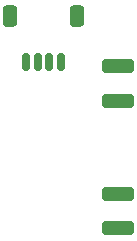
<source format=gbr>
G04 #@! TF.GenerationSoftware,KiCad,Pcbnew,7.0.8*
G04 #@! TF.CreationDate,2023-11-04T12:21:20-07:00*
G04 #@! TF.ProjectId,feather-fc,66656174-6865-4722-9d66-632e6b696361,rev?*
G04 #@! TF.SameCoordinates,Original*
G04 #@! TF.FileFunction,Paste,Top*
G04 #@! TF.FilePolarity,Positive*
%FSLAX46Y46*%
G04 Gerber Fmt 4.6, Leading zero omitted, Abs format (unit mm)*
G04 Created by KiCad (PCBNEW 7.0.8) date 2023-11-04 12:21:20*
%MOMM*%
%LPD*%
G01*
G04 APERTURE LIST*
G04 Aperture macros list*
%AMRoundRect*
0 Rectangle with rounded corners*
0 $1 Rounding radius*
0 $2 $3 $4 $5 $6 $7 $8 $9 X,Y pos of 4 corners*
0 Add a 4 corners polygon primitive as box body*
4,1,4,$2,$3,$4,$5,$6,$7,$8,$9,$2,$3,0*
0 Add four circle primitives for the rounded corners*
1,1,$1+$1,$2,$3*
1,1,$1+$1,$4,$5*
1,1,$1+$1,$6,$7*
1,1,$1+$1,$8,$9*
0 Add four rect primitives between the rounded corners*
20,1,$1+$1,$2,$3,$4,$5,0*
20,1,$1+$1,$4,$5,$6,$7,0*
20,1,$1+$1,$6,$7,$8,$9,0*
20,1,$1+$1,$8,$9,$2,$3,0*%
G04 Aperture macros list end*
%ADD10RoundRect,0.250000X1.100000X-0.325000X1.100000X0.325000X-1.100000X0.325000X-1.100000X-0.325000X0*%
%ADD11RoundRect,0.250000X-1.100000X0.325000X-1.100000X-0.325000X1.100000X-0.325000X1.100000X0.325000X0*%
%ADD12RoundRect,0.250000X0.350000X0.650000X-0.350000X0.650000X-0.350000X-0.650000X0.350000X-0.650000X0*%
%ADD13RoundRect,0.150000X0.150000X0.625000X-0.150000X0.625000X-0.150000X-0.625000X0.150000X-0.625000X0*%
G04 APERTURE END LIST*
D10*
X42545000Y-33225000D03*
X42545000Y-30275000D03*
D11*
X42545000Y-41070000D03*
X42545000Y-44020000D03*
D12*
X33395000Y-26065000D03*
X38995000Y-26065000D03*
D13*
X34695000Y-29940000D03*
X35695000Y-29940000D03*
X36695000Y-29940000D03*
X37695000Y-29940000D03*
M02*

</source>
